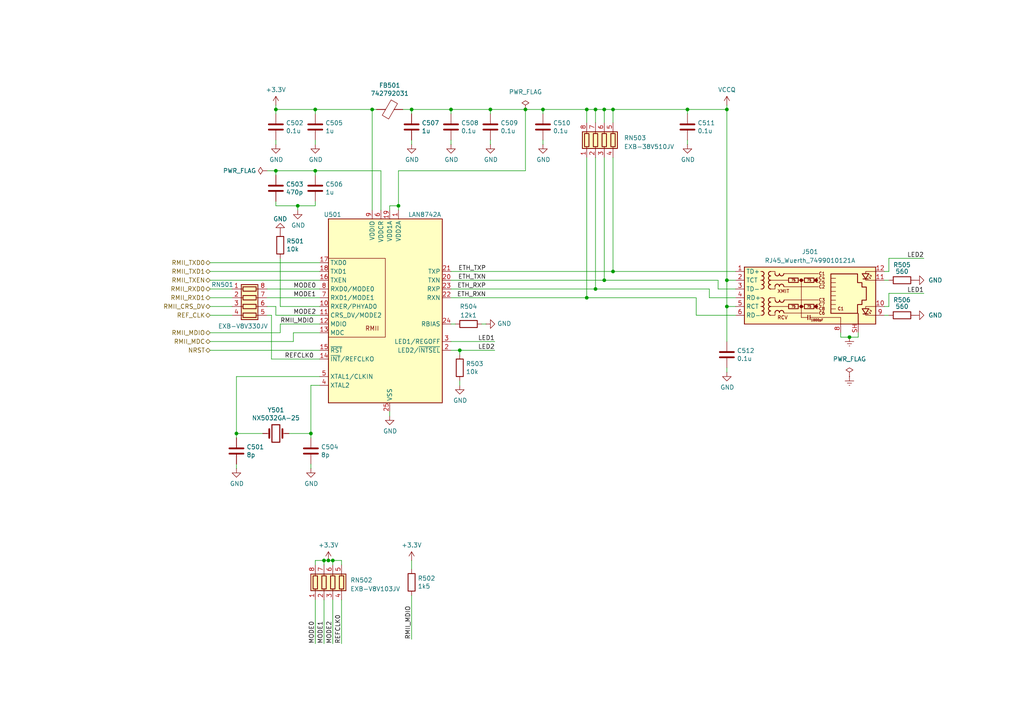
<source format=kicad_sch>
(kicad_sch (version 20231120) (generator "eeschema") (generator_version "8.0")
  (paper "A4")
  (lib_symbols
    (symbol "Connector:RJ45_Wuerth_7499010121A"
      (property "Reference" "J" (at 17.78 10.16 0))
      (property "Value" "RJ45_Wuerth_7499010121A" (at -6.35 10.16 0))
      (symbol "RJ45_Wuerth_7499010121A_0_0"
        (circle (center -1.27 -2.54) (radius 0.0001) (stroke (width 0.508)))
        (circle (center -1.27 5.08) (radius 0.0001) (stroke (width 0.508)))
        (polyline (pts (xy -1.27 5.08) (xy -1.27 -5.715)))
        (polyline (pts (xy 0.635 -5.08) (xy 0.635 -6.35)) (stroke (width 0.254)))
        (polyline (pts (xy 1.27 -5.08) (xy 1.27 -6.35)) (stroke (width 0.254)))
        (polyline (pts (xy 3.048 -2.54) (xy 2.54 -2.54)))
        (polyline (pts (xy 3.048 5.08) (xy 2.54 5.08)))
        (polyline (pts (xy 17.399 -3.175) (xy 17.399 -2.54) (xy 20.32 -2.54)))
        (polyline (pts (xy 17.399 6.985) (xy 17.399 7.62) (xy 20.32 7.62)))
        (polyline (pts (xy 20.32 -5.08) (xy 17.399 -5.08) (xy 17.399 -4.572)))
        (polyline (pts (xy 20.32 5.08) (xy 17.399 5.08) (xy 17.399 5.588)))
        (polyline (pts (xy 3.683 -1.905) (xy 3.048 -1.905) (xy 3.048 -3.175) (xy 3.683 -3.175)))
        (polyline (pts (xy 3.683 5.715) (xy 3.048 5.715) (xy 3.048 4.445) (xy 3.683 4.445)))
        (circle (center 3.048 -2.54) (radius 0.0001) (stroke (width 0.508)))
        (circle (center 3.048 5.08) (radius 0.0001) (stroke (width 0.508)))
        (text "C1" (at 4.699 6.985 0) (effects (font (size 0.889 0.889))))
        (text "C1" (at 10.16 -3.175 0) (effects (font (size 0.889 0.889))))
        (text "C2" (at 4.699 3.175 0) (effects (font (size 0.889 0.889))))
        (text "C3" (at 4.699 -0.635 0) (effects (font (size 0.889 0.889))))
        (text "C4" (at 4.699 5.715 0) (effects (font (size 0.889 0.889))))
        (text "C5" (at 4.699 4.445 0) (effects (font (size 0.889 0.889))))
        (text "C6" (at 4.699 -4.445 0) (effects (font (size 0.889 0.889))))
        (text "C7" (at 4.699 -1.905 0) (effects (font (size 0.889 0.889))))
        (text "C8" (at 4.699 -3.175 0) (effects (font (size 0.889 0.889))))
        (text "RCV" (at -8.255 -5.715 0) (effects (font (size 1.016 1.016)) (justify left)))
        (text "XMIT" (at -8.255 1.905 0) (effects (font (size 1.016 1.016)) (justify left)))
      )
      (symbol "RJ45_Wuerth_7499010121A_0_1"
        (rectangle (start -17.78 8.89) (end 20.32 -7.62) (stroke (width 0.254)) (fill (type background)))
        (polyline (pts (xy -12.7 -5.08) (xy -13.081 -5.08)))
        (polyline (pts (xy -12.7 -2.54) (xy -13.081 -2.54)))
        (polyline (pts (xy -12.7 0) (xy -13.081 0)))
        (polyline (pts (xy -12.7 2.54) (xy -13.081 2.54)))
        (polyline (pts (xy -12.7 5.08) (xy -13.081 5.08)))
        (polyline (pts (xy -12.7 7.62) (xy -13.081 7.62)))
        (polyline (pts (xy -6.35 -4.445) (xy 3.683 -4.445)))
        (polyline (pts (xy -6.35 3.175) (xy 3.683 3.175)))
        (polyline (pts (xy -6.35 6.985) (xy 3.683 6.985)))
        (polyline (pts (xy -6.223 -0.635) (xy 3.683 -0.635)))
        (polyline (pts (xy -5.08 -2.54) (xy -10.16 -2.54)))
        (polyline (pts (xy -4.953 5.08) (xy -10.16 5.08)))
        (polyline (pts (xy -2.159 -2.54) (xy -0.381 -2.54)))
        (polyline (pts (xy -2.159 5.08) (xy -0.381 5.08)))
        (polyline (pts (xy 0.635 -5.715) (xy -1.27 -5.715)))
        (polyline (pts (xy 7.4295 -1.9685) (xy 8.6995 -1.9685)))
        (polyline (pts (xy 7.4295 -0.6985) (xy 8.6995 -0.6985)))
        (polyline (pts (xy 7.4295 0.5715) (xy 8.6995 0.5715)))
        (polyline (pts (xy 7.4295 1.8415) (xy 8.6995 1.8415)))
        (polyline (pts (xy 7.4295 3.1115) (xy 8.6995 3.1115)))
        (polyline (pts (xy 8.6995 -3.2385) (xy 7.4295 -3.2385)))
        (polyline (pts (xy 8.6995 4.3815) (xy 7.4295 4.3815)))
        (polyline (pts (xy 8.6995 5.6515) (xy 7.4295 5.6515)))
        (polyline (pts (xy 10.16 -5.715) (xy 1.27 -5.715)))
        (polyline (pts (xy 10.16 -5.715) (xy 10.16 -7.62)))
        (polyline (pts (xy -10.16 0) (xy -8.89 0) (xy -8.89 -0.635)))
        (polyline (pts (xy -10.16 7.62) (xy -8.89 7.62) (xy -8.89 6.985)))
        (polyline (pts (xy -8.89 -4.445) (xy -8.89 -5.08) (xy -10.16 -5.08)))
        (polyline (pts (xy -8.89 3.175) (xy -8.89 2.54) (xy -10.16 2.54)))
      )
      (symbol "RJ45_Wuerth_7499010121A_1_0"
        (text "1000pF" (at 3.302 -6.477 0) (effects (font (size 0.635 0.635))))
      )
      (symbol "RJ45_Wuerth_7499010121A_1_1"
        (arc (start -12.7 -1.27) (mid -12.0677 -0.635) (end -12.7 0) (stroke (width 0.254)))
        (arc (start -12.6973 -5.08) (mid -12.065 -4.445) (end -12.6973 -3.81) (stroke (width 0.254)))
        (arc (start -12.6973 -3.81) (mid -12.065 -3.175) (end -12.6973 -2.54) (stroke (width 0.254)))
        (arc (start -12.6973 -2.54) (mid -12.065 -1.905) (end -12.6973 -1.27) (stroke (width 0.254)))
        (arc (start -12.6973 6.35) (mid -12.065 6.985) (end -12.6973 7.62) (stroke (width 0.254)))
        (arc (start -12.6946 2.54) (mid -12.0623 3.175) (end -12.6946 3.81) (stroke (width 0.254)))
        (arc (start -12.6946 3.81) (mid -12.0623 4.445) (end -12.6946 5.08) (stroke (width 0.254)))
        (arc (start -12.6946 5.08) (mid -12.0623 5.715) (end -12.6946 6.35) (stroke (width 0.254)))
        (arc (start -10.1654 -2.54) (mid -10.7977 -3.175) (end -10.1654 -3.81) (stroke (width 0.254)))
        (arc (start -10.1654 -1.27) (mid -10.7977 -1.905) (end -10.1654 -2.54) (stroke (width 0.254)))
        (arc (start -10.1654 0) (mid -10.7977 -0.635) (end -10.1654 -1.27) (stroke (width 0.254)))
        (arc (start -10.1654 5.08) (mid -10.7977 4.445) (end -10.1654 3.81) (stroke (width 0.254)))
        (arc (start -10.1654 6.35) (mid -10.7977 5.715) (end -10.1654 5.08) (stroke (width 0.254)))
        (arc (start -10.1654 7.62) (mid -10.7977 6.985) (end -10.1654 6.35) (stroke (width 0.254)))
        (arc (start -10.1627 -3.81) (mid -10.795 -4.445) (end -10.1627 -5.08) (stroke (width 0.254)))
        (arc (start -10.1627 3.81) (mid -10.795 3.175) (end -10.1627 2.54) (stroke (width 0.254)))
        (arc (start -8.89 6.9823) (mid -8.255 6.35) (end -7.62 6.9823) (stroke (width 0.254)))
        (arc (start -8.8265 -0.7012) (mid -8.1915 -1.3335) (end -7.5565 -0.7012) (stroke (width 0.254)))
        (arc (start -7.62 -4.3153) (mid -8.255 -3.683) (end -8.89 -4.3153) (stroke (width 0.254)))
        (arc (start -7.62 3.3047) (mid -8.255 3.937) (end -8.89 3.3047) (stroke (width 0.254)))
        (arc (start -7.62 6.985) (mid -6.985 6.3527) (end -6.35 6.985) (stroke (width 0.254)))
        (arc (start -7.5565 -0.6985) (mid -6.9215 -1.3308) (end -6.2865 -0.6985) (stroke (width 0.254)))
        (arc (start -6.35 -4.3126) (mid -6.985 -3.6803) (end -7.62 -4.3126) (stroke (width 0.254)))
        (arc (start -6.35 3.3074) (mid -6.985 3.9397) (end -7.62 3.3074) (stroke (width 0.254)))
        (rectangle (start -4.953 -1.905) (end -2.159 -3.175) (stroke (width 0.254)))
        (rectangle (start -4.953 5.715) (end -2.159 4.445) (stroke (width 0.254)))
        (rectangle (start -0.381 -1.905) (end 2.413 -3.175) (stroke (width 0.254)))
        (rectangle (start -0.381 5.715) (end 2.413 4.445) (stroke (width 0.254)))
        (polyline (pts (xy 15.24 -7.62) (xy 15.24 -4.572)) (stroke (width 0.254)))
        (polyline (pts (xy 18.161 -4.699) (xy 16.637 -4.699)) (stroke (width 0.254)))
        (polyline (pts (xy 18.161 5.461) (xy 16.637 5.461)) (stroke (width 0.254)))
        (polyline (pts (xy 18.796 -4.572) (xy 18.796 -4.318)))
        (polyline (pts (xy 18.796 5.588) (xy 18.796 5.842)))
        (polyline (pts (xy 19.05 -3.937) (xy 19.05 -3.683)))
        (polyline (pts (xy 19.05 6.223) (xy 19.05 6.477)))
        (polyline (pts (xy 18.288 -4.064) (xy 18.796 -4.572) (xy 18.542 -4.572)))
        (polyline (pts (xy 18.288 6.096) (xy 18.796 5.588) (xy 18.542 5.588)))
        (polyline (pts (xy 18.542 -3.429) (xy 19.05 -3.937) (xy 18.796 -3.937)))
        (polyline (pts (xy 18.542 6.731) (xy 19.05 6.223) (xy 18.796 6.223)))
        (polyline (pts (xy 18.288 -3.175) (xy 16.383 -3.175) (xy 17.399 -4.699) (xy 18.288 -3.175)) (stroke (width 0.254)))
        (polyline (pts (xy 18.288 6.985) (xy 16.383 6.985) (xy 17.399 5.461) (xy 18.288 6.985)) (stroke (width 0.254)))
        (polyline (pts (xy 7.3025 -4.5085) (xy 7.3025 6.9215) (xy 15.0495 6.9215) (xy 15.0495 4.3815) (xy 16.3195 4.3815) (xy 16.3195 3.1115) (xy 17.5895 3.1115) (xy 17.5895 -0.6985) (xy 16.3195 -0.6985) (xy 16.3195 -1.9685) (xy 15.0495 -1.9685) (xy 15.0495 -4.5085) (xy 7.3025 -4.5085)) (stroke (width 0.254)))
        (text "75" (at -3.556 -2.54 0) (effects (font (size 0.635 0.635))))
        (text "75" (at -3.556 5.08 0) (effects (font (size 0.635 0.635))))
        (text "75" (at 1.016 -2.54 0) (effects (font (size 0.635 0.635))))
        (text "75" (at 1.016 5.08 0) (effects (font (size 0.635 0.635))))
        (pin passive line (at -20.32 7.62 0) (length 2.54) (name "TD+") (number "1"))
        (pin passive line (at 22.86 -2.54 180) (length 2.54) (name "") (number "10"))
        (pin passive line (at 22.86 5.08 180) (length 2.54) (name "") (number "11"))
        (pin passive line (at 22.86 7.62 180) (length 2.54) (name "") (number "12"))
        (pin passive line (at -20.32 5.08 0) (length 2.54) (name "TCT") (number "2"))
        (pin passive line (at -20.32 2.54 0) (length 2.54) (name "TD-") (number "3"))
        (pin passive line (at -20.32 0 0) (length 2.54) (name "RD+") (number "4"))
        (pin passive line (at -20.32 -2.54 0) (length 2.54) (name "RCT") (number "5"))
        (pin passive line (at -20.32 -5.08 0) (length 2.54) (name "RD-") (number "6"))
        (pin no_connect line (at 20.32 0 0) (length 0) hide (name "NC") (number "7"))
        (pin power_in line (at 10.16 -10.16 90) (length 2.54) (name "") (number "8"))
        (pin passive line (at 22.86 -5.08 180) (length 2.54) (name "") (number "9"))
        (pin passive line (at 15.24 -10.16 90) (length 2.54) (name "") (number "SH"))
      )
    )
    (symbol "Device:C" (pin_numbers hide) (pin_names (offset 0.254))
      (property "Reference" "C" (at 0.635 2.54 0))
      (property "Value" "C" (at 0.635 -2.54 0))
      (symbol "C_0_1"
        (polyline (pts (xy -2.032 -0.762) (xy 2.032 -0.762)) (stroke (width 0.508)))
        (polyline (pts (xy -2.032 0.762) (xy 2.032 0.762)) (stroke (width 0.508)))
      )
      (symbol "C_1_1"
        (pin passive line (at 0 3.81 270) (length 2.794) (name "~") (number "1"))
        (pin passive line (at 0 -3.81 90) (length 2.794) (name "~") (number "2"))
      )
    )
    (symbol "Device:Crystal" (pin_numbers hide) (pin_names (offset 1.016) hide)
      (property "Reference" "Y" (at 0 3.81 0))
      (property "Value" "Crystal" (at 0 -3.81 0))
      (symbol "Crystal_0_1"
        (rectangle (start -1.143 2.54) (end 1.143 -2.54) (stroke (width 0.3048)))
        (polyline (pts (xy -2.54 0) (xy -1.905 0)))
        (polyline (pts (xy -1.905 -1.27) (xy -1.905 1.27)) (stroke (width 0.508)))
        (polyline (pts (xy 1.905 -1.27) (xy 1.905 1.27)) (stroke (width 0.508)))
        (polyline (pts (xy 2.54 0) (xy 1.905 0)))
      )
      (symbol "Crystal_1_1"
        (pin passive line (at -3.81 0 0) (length 1.27) (name "1") (number "1"))
        (pin passive line (at 3.81 0 180) (length 1.27) (name "2") (number "2"))
      )
    )
    (symbol "Device:FerriteBead" (pin_numbers hide) (pin_names (offset 0))
      (property "Reference" "FB" (at -3.81 0.635 90))
      (property "Value" "FerriteBead" (at 3.81 0 90))
      (symbol "FerriteBead_0_1"
        (polyline (pts (xy 0 -1.27) (xy 0 -1.2192)))
        (polyline (pts (xy 0 1.27) (xy 0 1.2954)))
        (polyline (pts (xy -2.7686 0.4064) (xy -1.7018 2.2606) (xy 2.7686 -0.3048) (xy 1.6764 -2.159) (xy -2.7686 0.4064)))
      )
      (symbol "FerriteBead_1_1"
        (pin passive line (at 0 3.81 270) (length 2.54) (name "~") (number "1"))
        (pin passive line (at 0 -3.81 90) (length 2.54) (name "~") (number "2"))
      )
    )
    (symbol "Device:R" (pin_numbers hide) (pin_names (offset 0))
      (property "Reference" "R" (at 2.032 0 90))
      (property "Value" "R" (at 0 0 90))
      (symbol "R_0_1"
        (rectangle (start -1.016 -2.54) (end 1.016 2.54) (stroke (width 0.254)))
      )
      (symbol "R_1_1"
        (pin passive line (at 0 3.81 270) (length 1.27) (name "~") (number "1"))
        (pin passive line (at 0 -3.81 90) (length 1.27) (name "~") (number "2"))
      )
    )
    (symbol "Device:R_Pack04" (pin_names (offset 0) hide)
      (property "Reference" "RN" (at -7.62 0 90))
      (property "Value" "R_Pack04" (at 5.08 0 90))
      (symbol "R_Pack04_0_1"
        (rectangle (start -6.35 -2.413) (end 3.81 2.413) (stroke (width 0.254)) (fill (type background)))
        (rectangle (start -5.715 1.905) (end -4.445 -1.905) (stroke (width 0.254)))
        (rectangle (start -3.175 1.905) (end -1.905 -1.905) (stroke (width 0.254)))
        (rectangle (start -0.635 1.905) (end 0.635 -1.905) (stroke (width 0.254)))
        (polyline (pts (xy -5.08 -2.54) (xy -5.08 -1.905)))
        (polyline (pts (xy -5.08 1.905) (xy -5.08 2.54)))
        (polyline (pts (xy -2.54 -2.54) (xy -2.54 -1.905)))
        (polyline (pts (xy -2.54 1.905) (xy -2.54 2.54)))
        (polyline (pts (xy 0 -2.54) (xy 0 -1.905)))
        (polyline (pts (xy 0 1.905) (xy 0 2.54)))
        (polyline (pts (xy 2.54 -2.54) (xy 2.54 -1.905)))
        (polyline (pts (xy 2.54 1.905) (xy 2.54 2.54)))
        (rectangle (start 1.905 1.905) (end 3.175 -1.905) (stroke (width 0.254)))
      )
      (symbol "R_Pack04_1_1"
        (pin passive line (at -5.08 -5.08 90) (length 2.54) (name "R1.1") (number "1"))
        (pin passive line (at -2.54 -5.08 90) (length 2.54) (name "R2.1") (number "2"))
        (pin passive line (at 0 -5.08 90) (length 2.54) (name "R3.1") (number "3"))
        (pin passive line (at 2.54 -5.08 90) (length 2.54) (name "R4.1") (number "4"))
        (pin passive line (at 2.54 5.08 270) (length 2.54) (name "R4.2") (number "5"))
        (pin passive line (at 0 5.08 270) (length 2.54) (name "R3.2") (number "6"))
        (pin passive line (at -2.54 5.08 270) (length 2.54) (name "R2.2") (number "7"))
        (pin passive line (at -5.08 5.08 270) (length 2.54) (name "R1.2") (number "8"))
      )
    )
    (symbol "Interface_Ethernet:LAN8742A"
      (property "Reference" "U" (at -13.97 29.21 0))
      (property "Value" "LAN8742A" (at 15.24 29.21 0))
      (symbol "LAN8742A_0_0"
        (text "RMII" (at -5.08 -3.81 0) (effects (font (size 1.27 1.27))))
      )
      (symbol "LAN8742A_0_1"
        (rectangle (start -17.78 27.94) (end 15.24 -25.4) (stroke (width 0.254)) (fill (type background)))
        (polyline (pts (xy -17.78 -6.35) (xy -1.27 -6.35) (xy -1.27 16.51) (xy -17.78 16.51)))
      )
      (symbol "LAN8742A_1_1"
        (pin power_in line (at 2.54 30.48 270) (length 2.54) (name "VDD2A") (number "1"))
        (pin output line (at -20.32 2.54 0) (length 2.54) (name "RXER/PHYAD0") (number "10"))
        (pin bidirectional line (at -20.32 0 0) (length 2.54) (name "CRS_DV/MODE2") (number "11"))
        (pin bidirectional line (at -20.32 -2.54 0) (length 2.54) (name "MDIO") (number "12"))
        (pin input line (at -20.32 -5.08 0) (length 2.54) (name "MDC") (number "13"))
        (pin output line (at -20.32 -12.7 0) (length 2.54) (name "~{INT}/REFCLKO") (number "14"))
        (pin input line (at -20.32 -10.16 0) (length 2.54) (name "~{RST}") (number "15"))
        (pin input line (at -20.32 10.16 0) (length 2.54) (name "TXEN") (number "16"))
        (pin input line (at -20.32 15.24 0) (length 2.54) (name "TXD0") (number "17"))
        (pin input line (at -20.32 12.7 0) (length 2.54) (name "TXD1") (number "18"))
        (pin power_in line (at 0 30.48 270) (length 2.54) (name "VDD1A") (number "19"))
        (pin bidirectional line (at 17.78 -10.16 180) (length 2.54) (name "LED2/~{INTSEL}") (number "2"))
        (pin passive line (at 17.78 10.16 180) (length 2.54) (name "TXN") (number "20"))
        (pin passive line (at 17.78 12.7 180) (length 2.54) (name "TXP") (number "21"))
        (pin passive line (at 17.78 5.08 180) (length 2.54) (name "RXN") (number "22"))
        (pin passive line (at 17.78 7.62 180) (length 2.54) (name "RXP") (number "23"))
        (pin passive line (at 17.78 -2.54 180) (length 2.54) (name "RBIAS") (number "24"))
        (pin power_in line (at 0 -27.94 90) (length 2.54) (name "VSS") (number "25"))
        (pin bidirectional line (at 17.78 -7.62 180) (length 2.54) (name "LED1/REGOFF") (number "3"))
        (pin output line (at -20.32 -20.32 0) (length 2.54) (name "XTAL2") (number "4"))
        (pin input line (at -20.32 -17.78 0) (length 2.54) (name "XTAL1/CLKIN") (number "5"))
        (pin power_in line (at -2.54 30.48 270) (length 2.54) (name "VDDCR") (number "6"))
        (pin bidirectional line (at -20.32 5.08 0) (length 2.54) (name "RXD1/MODE1") (number "7"))
        (pin bidirectional line (at -20.32 7.62 0) (length 2.54) (name "RXD0/MODE0") (number "8"))
        (pin power_in line (at -5.08 30.48 270) (length 2.54) (name "VDDIO") (number "9"))
      )
    )
    (symbol "power:+3.3V" (power) (pin_numbers hide) (pin_names (offset 0) hide)
      (property "Value" "+3.3V" (at 0 3.556 0))
      (symbol "+3.3V_0_1"
        (polyline (pts (xy -0.762 1.27) (xy 0 2.54)))
        (polyline (pts (xy 0 0) (xy 0 2.54)))
        (polyline (pts (xy 0 2.54) (xy 0.762 1.27)))
      )
      (symbol "+3.3V_1_1"
        (pin power_in line (at 0 0 90) (length 0) (name "~") (number "1"))
      )
    )
    (symbol "power:Earth" (power) (pin_numbers hide) (pin_names (offset 0) hide)
      (property "Value" "Earth" (at 0 -3.81 0))
      (symbol "Earth_0_1"
        (polyline (pts (xy -0.635 -1.905) (xy 0.635 -1.905)))
        (polyline (pts (xy -0.127 -2.54) (xy 0.127 -2.54)))
        (polyline (pts (xy 0 -1.27) (xy 0 0)))
        (polyline (pts (xy 1.27 -1.27) (xy -1.27 -1.27)))
      )
      (symbol "Earth_1_1"
        (pin power_in line (at 0 0 270) (length 0) (name "~") (number "1"))
      )
    )
    (symbol "power:GND" (power) (pin_numbers hide) (pin_names (offset 0) hide)
      (property "Value" "GND" (at 0 -3.81 0))
      (symbol "GND_0_1"
        (polyline (pts (xy 0 0) (xy 0 -1.27) (xy 1.27 -1.27) (xy 0 -2.54) (xy -1.27 -1.27) (xy 0 -1.27)))
      )
      (symbol "GND_1_1"
        (pin power_in line (at 0 0 270) (length 0) (name "~") (number "1"))
      )
    )
    (symbol "power:PWR_FLAG" (power) (pin_numbers hide) (pin_names (offset 0) hide)
      (property "Value" "PWR_FLAG" (at 0 3.81 0))
      (symbol "PWR_FLAG_0_0"
        (pin power_out line (at 0 0 90) (length 0) (name "~") (number "1"))
      )
      (symbol "PWR_FLAG_0_1"
        (polyline (pts (xy 0 0) (xy 0 1.27) (xy -1.016 1.905) (xy 0 2.54) (xy 1.016 1.905) (xy 0 1.27)))
      )
    )
    (symbol "power:VCCQ" (power) (pin_numbers hide) (pin_names (offset 0) hide)
      (property "Value" "VCCQ" (at 0 3.556 0))
      (symbol "VCCQ_0_1"
        (polyline (pts (xy -0.762 1.27) (xy 0 2.54)))
        (polyline (pts (xy 0 0) (xy 0 2.54)))
        (polyline (pts (xy 0 2.54) (xy 0.762 1.27)))
      )
      (symbol "VCCQ_1_1"
        (pin power_in line (at 0 0 90) (length 0) (name "~") (number "1"))
      )
    )
  )
  (junction (at 90.17 125.73))
  (junction (at 93.98 162.56))
  (junction (at 133.35 101.6))
  (junction (at 130.81 31.75))
  (junction (at 175.26 81.28))
  (junction (at 157.48 31.75))
  (junction (at 175.26 31.75))
  (junction (at 80.01 31.75))
  (junction (at 68.58 125.73))
  (junction (at 177.8 31.75))
  (junction (at 172.72 31.75))
  (junction (at 119.38 31.75))
  (junction (at 107.95 31.75))
  (junction (at 91.44 31.75))
  (junction (at 177.8 78.74))
  (junction (at 152.4 31.75))
  (junction (at 199.39 31.75))
  (junction (at 142.24 31.75))
  (junction (at 246.38 97.79))
  (junction (at 170.18 86.36))
  (junction (at 210.82 81.28))
  (junction (at 172.72 83.82))
  (junction (at 91.44 49.53))
  (junction (at 170.18 31.75))
  (junction (at 115.57 59.69))
  (junction (at 210.82 31.75))
  (junction (at 210.82 88.9))
  (junction (at 95.25 162.56))
  (junction (at 96.52 162.56))
  (junction (at 80.01 49.53))
  (junction (at 86.36 59.69))
  (wire (pts (xy 119.38 33.02) (xy 119.38 31.75)))
  (wire (pts (xy 133.35 111.76) (xy 133.35 110.49)))
  (wire (pts (xy 130.81 86.36) (xy 170.18 86.36)))
  (wire (pts (xy 67.31 83.82) (xy 60.96 83.82)))
  (wire (pts (xy 91.44 41.91) (xy 91.44 40.64)))
  (wire (pts (xy 93.98 162.56) (xy 93.98 163.83)))
  (wire (pts (xy 243.84 96.52) (xy 243.84 97.79)))
  (wire (pts (xy 132.08 93.98) (xy 130.81 93.98)))
  (wire (pts (xy 210.82 88.9) (xy 210.82 81.28)))
  (wire (pts (xy 177.8 31.75) (xy 199.39 31.75)))
  (wire (pts (xy 157.48 41.91) (xy 157.48 40.64)))
  (wire (pts (xy 157.48 31.75) (xy 170.18 31.75)))
  (wire (pts (xy 60.96 86.36) (xy 67.31 86.36)))
  (wire (pts (xy 152.4 49.53) (xy 152.4 31.75)))
  (wire (pts (xy 107.95 31.75) (xy 107.95 60.96)))
  (wire (pts (xy 107.95 31.75) (xy 109.22 31.75)))
  (wire (pts (xy 60.96 76.2) (xy 92.71 76.2)))
  (wire (pts (xy 80.01 58.42) (xy 80.01 59.69)))
  (wire (pts (xy 91.44 31.75) (xy 107.95 31.75)))
  (wire (pts (xy 60.96 81.28) (xy 92.71 81.28)))
  (wire (pts (xy 205.74 83.82) (xy 205.74 86.36)))
  (wire (pts (xy 77.47 49.53) (xy 80.01 49.53)))
  (wire (pts (xy 210.82 107.95) (xy 210.82 106.68)))
  (wire (pts (xy 177.8 78.74) (xy 213.36 78.74)))
  (wire (pts (xy 60.96 96.52) (xy 81.28 96.52)))
  (wire (pts (xy 175.26 45.72) (xy 175.26 81.28)))
  (wire (pts (xy 96.52 173.99) (xy 96.52 186.69)))
  (wire (pts (xy 60.96 91.44) (xy 67.31 91.44)))
  (wire (pts (xy 199.39 41.91) (xy 199.39 40.64)))
  (wire (pts (xy 68.58 134.62) (xy 68.58 135.89)))
  (wire (pts (xy 142.24 41.91) (xy 142.24 40.64)))
  (wire (pts (xy 91.44 50.8) (xy 91.44 49.53)))
  (wire (pts (xy 210.82 99.06) (xy 210.82 88.9)))
  (wire (pts (xy 130.81 41.91) (xy 130.81 40.64)))
  (wire (pts (xy 175.26 31.75) (xy 175.26 35.56)))
  (wire (pts (xy 199.39 31.75) (xy 210.82 31.75)))
  (wire (pts (xy 133.35 101.6) (xy 143.51 101.6)))
  (wire (pts (xy 91.44 49.53) (xy 110.49 49.53)))
  (wire (pts (xy 80.01 30.48) (xy 80.01 31.75)))
  (wire (pts (xy 256.54 91.44) (xy 257.81 91.44)))
  (wire (pts (xy 152.4 31.75) (xy 157.48 31.75)))
  (wire (pts (xy 172.72 31.75) (xy 172.72 35.56)))
  (wire (pts (xy 77.47 86.36) (xy 92.71 86.36)))
  (wire (pts (xy 256.54 81.28) (xy 257.81 81.28)))
  (wire (pts (xy 267.97 74.93) (xy 257.81 74.93)))
  (wire (pts (xy 172.72 45.72) (xy 172.72 83.82)))
  (wire (pts (xy 90.17 125.73) (xy 90.17 111.76)))
  (wire (pts (xy 113.03 120.65) (xy 113.03 119.38)))
  (wire (pts (xy 91.44 162.56) (xy 93.98 162.56)))
  (wire (pts (xy 210.82 31.75) (xy 210.82 81.28)))
  (wire (pts (xy 91.44 163.83) (xy 91.44 162.56)))
  (wire (pts (xy 60.96 88.9) (xy 67.31 88.9)))
  (wire (pts (xy 243.84 97.79) (xy 246.38 97.79)))
  (wire (pts (xy 81.28 74.93) (xy 81.28 88.9)))
  (wire (pts (xy 60.96 99.06) (xy 85.09 99.06)))
  (wire (pts (xy 99.06 173.99) (xy 99.06 186.69)))
  (wire (pts (xy 96.52 162.56) (xy 96.52 163.83)))
  (wire (pts (xy 78.74 104.14) (xy 92.71 104.14)))
  (wire (pts (xy 130.81 101.6) (xy 133.35 101.6)))
  (wire (pts (xy 257.81 78.74) (xy 257.81 74.93)))
  (wire (pts (xy 130.81 33.02) (xy 130.81 31.75)))
  (wire (pts (xy 92.71 88.9) (xy 81.28 88.9)))
  (wire (pts (xy 246.38 97.79) (xy 248.92 97.79)))
  (wire (pts (xy 78.74 91.44) (xy 78.74 104.14)))
  (wire (pts (xy 142.24 31.75) (xy 130.81 31.75)))
  (wire (pts (xy 130.81 78.74) (xy 177.8 78.74)))
  (wire (pts (xy 90.17 111.76) (xy 92.71 111.76)))
  (wire (pts (xy 157.48 33.02) (xy 157.48 31.75)))
  (wire (pts (xy 199.39 33.02) (xy 199.39 31.75)))
  (wire (pts (xy 80.01 59.69) (xy 86.36 59.69)))
  (wire (pts (xy 91.44 33.02) (xy 91.44 31.75)))
  (wire (pts (xy 85.09 96.52) (xy 92.71 96.52)))
  (wire (pts (xy 90.17 127) (xy 90.17 125.73)))
  (wire (pts (xy 256.54 78.74) (xy 257.81 78.74)))
  (wire (pts (xy 152.4 31.75) (xy 142.24 31.75)))
  (wire (pts (xy 210.82 81.28) (xy 213.36 81.28)))
  (wire (pts (xy 60.96 101.6) (xy 92.71 101.6)))
  (wire (pts (xy 119.38 172.72) (xy 119.38 185.42)))
  (wire (pts (xy 90.17 135.89) (xy 90.17 134.62)))
  (wire (pts (xy 77.47 83.82) (xy 92.71 83.82)))
  (wire (pts (xy 172.72 31.75) (xy 175.26 31.75)))
  (wire (pts (xy 81.28 96.52) (xy 81.28 93.98)))
  (wire (pts (xy 93.98 173.99) (xy 93.98 186.69)))
  (wire (pts (xy 119.38 31.75) (xy 116.84 31.75)))
  (wire (pts (xy 119.38 165.1) (xy 119.38 162.56)))
  (wire (pts (xy 77.47 91.44) (xy 78.74 91.44)))
  (wire (pts (xy 80.01 31.75) (xy 91.44 31.75)))
  (wire (pts (xy 115.57 59.69) (xy 115.57 49.53)))
  (wire (pts (xy 177.8 45.72) (xy 177.8 78.74)))
  (wire (pts (xy 170.18 86.36) (xy 201.93 86.36)))
  (wire (pts (xy 210.82 88.9) (xy 213.36 88.9)))
  (wire (pts (xy 113.03 59.69) (xy 115.57 59.69)))
  (wire (pts (xy 86.36 60.96) (xy 86.36 59.69)))
  (wire (pts (xy 208.28 83.82) (xy 213.36 83.82)))
  (wire (pts (xy 95.25 162.56) (xy 96.52 162.56)))
  (wire (pts (xy 68.58 109.22) (xy 68.58 125.73)))
  (wire (pts (xy 115.57 59.69) (xy 115.57 60.96)))
  (wire (pts (xy 130.81 31.75) (xy 119.38 31.75)))
  (wire (pts (xy 170.18 45.72) (xy 170.18 86.36)))
  (wire (pts (xy 92.71 109.22) (xy 68.58 109.22)))
  (wire (pts (xy 93.98 162.56) (xy 95.25 162.56)))
  (wire (pts (xy 267.97 85.09) (xy 257.81 85.09)))
  (wire (pts (xy 80.01 91.44) (xy 92.71 91.44)))
  (wire (pts (xy 115.57 49.53) (xy 152.4 49.53)))
  (wire (pts (xy 201.93 86.36) (xy 201.93 91.44)))
  (wire (pts (xy 170.18 31.75) (xy 170.18 35.56)))
  (wire (pts (xy 248.92 96.52) (xy 248.92 97.79)))
  (wire (pts (xy 257.81 85.09) (xy 257.81 88.9)))
  (wire (pts (xy 130.81 83.82) (xy 172.72 83.82)))
  (wire (pts (xy 208.28 81.28) (xy 208.28 83.82)))
  (wire (pts (xy 140.97 93.98) (xy 139.7 93.98)))
  (wire (pts (xy 130.81 81.28) (xy 175.26 81.28)))
  (wire (pts (xy 256.54 88.9) (xy 257.81 88.9)))
  (wire (pts (xy 77.47 88.9) (xy 80.01 88.9)))
  (wire (pts (xy 172.72 83.82) (xy 205.74 83.82)))
  (wire (pts (xy 96.52 162.56) (xy 99.06 162.56)))
  (wire (pts (xy 205.74 86.36) (xy 213.36 86.36)))
  (wire (pts (xy 83.82 125.73) (xy 90.17 125.73)))
  (wire (pts (xy 177.8 31.75) (xy 177.8 35.56)))
  (wire (pts (xy 80.01 41.91) (xy 80.01 40.64)))
  (wire (pts (xy 81.28 93.98) (xy 92.71 93.98)))
  (wire (pts (xy 80.01 49.53) (xy 91.44 49.53)))
  (wire (pts (xy 175.26 31.75) (xy 177.8 31.75)))
  (wire (pts (xy 175.26 81.28) (xy 208.28 81.28)))
  (wire (pts (xy 86.36 59.69) (xy 91.44 59.69)))
  (wire (pts (xy 91.44 59.69) (xy 91.44 58.42)))
  (wire (pts (xy 80.01 33.02) (xy 80.01 31.75)))
  (wire (pts (xy 210.82 30.48) (xy 210.82 31.75)))
  (wire (pts (xy 99.06 162.56) (xy 99.06 163.83)))
  (wire (pts (xy 68.58 125.73) (xy 76.2 125.73)))
  (wire (pts (xy 133.35 102.87) (xy 133.35 101.6)))
  (wire (pts (xy 60.96 78.74) (xy 92.71 78.74)))
  (wire (pts (xy 68.58 127) (xy 68.58 125.73)))
  (wire (pts (xy 130.81 99.06) (xy 143.51 99.06)))
  (wire (pts (xy 80.01 49.53) (xy 80.01 50.8)))
  (wire (pts (xy 170.18 31.75) (xy 172.72 31.75)))
  (wire (pts (xy 142.24 33.02) (xy 142.24 31.75)))
  (wire (pts (xy 113.03 60.96) (xy 113.03 59.69)))
  (wire (pts (xy 85.09 99.06) (xy 85.09 96.52)))
  (wire (pts (xy 201.93 91.44) (xy 213.36 91.44)))
  (wire (pts (xy 119.38 41.91) (xy 119.38 40.64)))
  (wire (pts (xy 110.49 49.53) (xy 110.49 60.96)))
  (wire (pts (xy 91.44 173.99) (xy 91.44 186.69)))
  (wire (pts (xy 80.01 88.9) (xy 80.01 91.44)))
  (label "ETH_TXP" (at 140.97 78.74 180))
  (label "MODE1" (at 93.98 186.69 90))
  (label "LED1" (at 267.97 85.09 180))
  (label "RMII_MDIO" (at 81.28 93.98 0))
  (label "LED2" (at 267.97 74.93 180))
  (label "MODE0" (at 91.44 186.69 90))
  (label "ETH_RXP" (at 140.97 83.82 180))
  (label "ETH_RXN" (at 140.97 86.36 180))
  (label "LED1" (at 143.51 99.06 180))
  (label "MODE1" (at 85.09 86.36 0))
  (label "MODE2" (at 85.09 91.44 0))
  (label "MODE0" (at 85.09 83.82 0))
  (label "RMII_MDIO" (at 119.38 185.42 90))
  (label "LED2" (at 143.51 101.6 180))
  (label "REFCLK0" (at 82.55 104.14 0))
  (label "REFCLK0" (at 99.06 186.69 90))
  (label "MODE2" (at 96.52 186.69 90))
  (label "ETH_TXN" (at 140.97 81.28 180))
  (hierarchical_label "RMII_TXD1" (shape bidirectional) (at 60.96 78.74 180))
  (hierarchical_label "REF_CLK" (shape bidirectional) (at 60.96 91.44 180))
  (hierarchical_label "RMII_MDIO" (shape bidirectional) (at 60.96 96.52 180))
  (hierarchical_label "RMII_CRS_DV" (shape bidirectional) (at 60.96 88.9 180))
  (hierarchical_label "RMII_RXD1" (shape bidirectional) (at 60.96 86.36 180))
  (hierarchical_label "RMII_MDC" (shape bidirectional) (at 60.96 99.06 180))
  (hierarchical_label "RMII_TXD0" (shape bidirectional) (at 60.96 76.2 180))
  (hierarchical_label "RMII_TXEN" (shape bidirectional) (at 60.96 81.28 180))
  (hierarchical_label "NRST" (shape bidirectional) (at 60.96 101.6 180))
  (hierarchical_label "RMII_RXD0" (shape bidirectional) (at 60.96 83.82 180))
  (symbol (lib_id "Device:C") (at 90.17 130.81 0) (unit 1)
    (property "Reference" "C504" (at 93.091 129.6416 0) (effects (justify left)))
    (property "Value" "8p" (at 93.091 131.953 0) (effects (justify left)))
    (property "Footprint" "Capacitor_SMD:C_0603_1608Metric_Pad1.08x0.95mm_HandSolder" (effects (hide yes)))
    (instances (project "ETH1ISO224" (path "" (reference "C504") (unit 1))) (project "ETH1HMSR-SMS" (path "" (reference "C304") (unit 1))) (project "ETH1IRCAM1" (path "" (reference "C304") (unit 1))))
  )
  (symbol (lib_id "Device:R") (at 119.38 168.91 0) (unit 1)
    (property "Reference" "R502" (at 121.158 167.7416 0) (effects (justify left)))
    (property "Value" "1k5" (at 121.158 170.053 0) (effects (justify left)))
    (property "Footprint" "Resistor_SMD:R_0603_1608Metric_Pad0.98x0.95mm_HandSolder" (effects (hide yes)))
    (instances (project "ETH1ISO224" (path "" (reference "R502") (unit 1))) (project "ETH1HMSR-SMS" (path "" (reference "R302") (unit 1))) (project "ETH1IRCAM1" (path "" (reference "R310") (unit 1))))
  )
  (symbol (lib_id "Device:C") (at 130.81 36.83 0) (unit 1)
    (property "Reference" "C508" (at 133.731 35.6616 0) (effects (justify left)))
    (property "Value" "0.1u" (at 133.731 37.973 0) (effects (justify left)))
    (property "Footprint" "Capacitor_SMD:C_0603_1608Metric_Pad1.08x0.95mm_HandSolder" (effects (hide yes)))
    (instances (project "ETH1ISO224" (path "" (reference "C508") (unit 1))) (project "ETH1HMSR-SMS" (path "" (reference "C308") (unit 1))) (project "ETH1IRCAM1" (path "" (reference "C308") (unit 1))))
  )
  (symbol (lib_id "power:PWR_FLAG") (at 246.38 109.22 0) (unit 1)
    (property "Reference" "#FLG0503" (effects (hide yes)))
    (property "Value" "PWR_FLAG" (at 246.38 104.14 0))
    (property "Description" "Special symbol for telling ERC where power comes from" (effects (hide yes)))
    (instances (project "ETH1ISO224" (path "" (reference "#FLG0503") (unit 1))) (project "ETH1HMSR-SMS" (path "" (reference "#FLG0304") (unit 1))) (project "ETH1IRCAM1" (path "" (reference "#FLG0303") (unit 1))))
  )
  (symbol (lib_id "Device:R") (at 261.62 81.28 90) (unit 1)
    (property "Reference" "R505" (at 261.62 76.835 90))
    (property "Value" "560" (at 261.62 78.74 90))
    (property "Footprint" "Resistor_SMD:R_0603_1608Metric_Pad0.98x0.95mm_HandSolder" (effects (hide yes)))
    (instances (project "ETH1ISO224" (path "" (reference "R505") (unit 1))) (project "ETH1HMSR-SMS" (path "" (reference "R305") (unit 1))) (project "ETH1IRCAM1" (path "" (reference "R317") (unit 1))))
  )
  (symbol (lib_id "power:GND") (at 199.39 41.91 0) (unit 1)
    (property "Reference" "#PWR0517" (effects (hide yes)))
    (property "Value" "GND" (at 199.517 46.3042 0))
    (property "Description" "Power symbol creates a global label with name \"GND\" , ground" (effects (hide yes)))
    (instances (project "ETH1ISO224" (path "" (reference "#PWR0517") (unit 1))) (project "ETH1HMSR-SMS" (path "" (reference "#PWR0317") (unit 1))) (project "ETH1IRCAM1" (path "" (reference "#PWR0316") (unit 1))))
  )
  (symbol (lib_id "power:+3.3V") (at 80.01 30.48 0) (unit 1)
    (property "Reference" "#PWR0502" (effects (hide yes)))
    (property "Value" "+3.3V" (at 80.01 26.035 0))
    (property "Description" "Power symbol creates a global label with name \"+3.3V\"" (effects (hide yes)))
    (instances (project "ETH1ISO224" (path "" (reference "#PWR0502") (unit 1))) (project "ETH1HMSR-SMS" (path "" (reference "#PWR0302") (unit 1))) (project "ETH1IRCAM1" (path "" (reference "#PWR0303") (unit 1))))
  )
  (symbol (lib_id "Device:C") (at 119.38 36.83 0) (unit 1)
    (property "Reference" "C507" (at 122.301 35.6616 0) (effects (justify left)))
    (property "Value" "1u" (at 122.301 37.973 0) (effects (justify left)))
    (property "Footprint" "Capacitor_SMD:C_0603_1608Metric_Pad1.08x0.95mm_HandSolder" (effects (hide yes)))
    (instances (project "ETH1ISO224" (path "" (reference "C507") (unit 1))) (project "ETH1HMSR-SMS" (path "" (reference "C307") (unit 1))) (project "ETH1IRCAM1" (path "" (reference "C307") (unit 1))))
  )
  (symbol (lib_id "power:+3.3V") (at 95.25 162.56 0) (unit 1)
    (property "Reference" "#PWR0508" (effects (hide yes)))
    (property "Value" "+3.3V" (at 95.25 158.115 0))
    (property "Description" "Power symbol creates a global label with name \"+3.3V\"" (effects (hide yes)))
    (instances (project "ETH1ISO224" (path "" (reference "#PWR0508") (unit 1))) (project "ETH1HMSR-SMS" (path "" (reference "#PWR0308") (unit 1))) (project "ETH1IRCAM1" (path "" (reference "#PWR0309") (unit 1))))
  )
  (symbol (lib_id "Device:C") (at 80.01 54.61 0) (unit 1)
    (property "Reference" "C503" (at 82.931 53.4416 0) (effects (justify left)))
    (property "Value" "470p" (at 82.931 55.753 0) (effects (justify left)))
    (property "Footprint" "Capacitor_SMD:C_0603_1608Metric_Pad1.08x0.95mm_HandSolder" (effects (hide yes)))
    (instances (project "ETH1ISO224" (path "" (reference "C503") (unit 1))) (project "ETH1HMSR-SMS" (path "" (reference "C303") (unit 1))) (project "ETH1IRCAM1" (path "" (reference "C303") (unit 1))))
  )
  (symbol (lib_id "power:GND") (at 113.03 120.65 0) (unit 1)
    (property "Reference" "#PWR0509" (effects (hide yes)))
    (property "Value" "GND" (at 113.157 125.0442 0))
    (property "Description" "Power symbol creates a global label with name \"GND\" , ground" (effects (hide yes)))
    (instances (project "ETH1ISO224" (path "" (reference "#PWR0509") (unit 1))) (project "ETH1HMSR-SMS" (path "" (reference "#PWR0309") (unit 1))) (project "ETH1IRCAM1" (path "" (reference "#PWR0308") (unit 1))))
  )
  (symbol (lib_id "Device:C") (at 68.58 130.81 0) (unit 1)
    (property "Reference" "C501" (at 71.501 129.6416 0) (effects (justify left)))
    (property "Value" "8p" (at 71.501 131.953 0) (effects (justify left)))
    (property "Footprint" "Capacitor_SMD:C_0603_1608Metric_Pad1.08x0.95mm_HandSolder" (effects (hide yes)))
    (instances (project "ETH1ISO224" (path "" (reference "C501") (unit 1))) (project "ETH1HMSR-SMS" (path "" (reference "C301") (unit 1))) (project "ETH1IRCAM1" (path "" (reference "C301") (unit 1))))
  )
  (symbol (lib_id "power:+3.3V") (at 119.38 162.56 0) (unit 1)
    (property "Reference" "#PWR0511" (effects (hide yes)))
    (property "Value" "+3.3V" (at 119.38 158.115 0))
    (property "Description" "Power symbol creates a global label with name \"+3.3V\"" (effects (hide yes)))
    (instances (project "ETH1ISO224" (path "" (reference "#PWR0511") (unit 1))) (project "ETH1HMSR-SMS" (path "" (reference "#PWR0311") (unit 1))) (project "ETH1IRCAM1" (path "" (reference "#PWR0309") (unit 1))))
  )
  (symbol (lib_id "power:GND") (at 157.48 41.91 0) (unit 1)
    (property "Reference" "#PWR0516" (effects (hide yes)))
    (property "Value" "GND" (at 157.607 46.3042 0))
    (property "Description" "Power symbol creates a global label with name \"GND\" , ground" (effects (hide yes)))
    (instances (project "ETH1ISO224" (path "" (reference "#PWR0516") (unit 1))) (project "ETH1HMSR-SMS" (path "" (reference "#PWR0316") (unit 1))) (project "ETH1IRCAM1" (path "" (reference "#PWR0315") (unit 1))))
  )
  (symbol (lib_id "power:GND") (at 90.17 135.89 0) (unit 1)
    (property "Reference" "#PWR0506" (effects (hide yes)))
    (property "Value" "GND" (at 90.297 140.2842 0))
    (property "Description" "Power symbol creates a global label with name \"GND\" , ground" (effects (hide yes)))
    (instances (project "ETH1ISO224" (path "" (reference "#PWR0506") (unit 1))) (project "ETH1HMSR-SMS" (path "" (reference "#PWR0306") (unit 1))) (project "ETH1IRCAM1" (path "" (reference "#PWR0306") (unit 1))))
  )
  (symbol (lib_id "Device:R") (at 81.28 71.12 0) (unit 1)
    (property "Reference" "R501" (at 83.058 69.9516 0) (effects (justify left)))
    (property "Value" "10k" (at 83.058 72.263 0) (effects (justify left)))
    (property "Footprint" "Resistor_SMD:R_0603_1608Metric_Pad0.98x0.95mm_HandSolder" (effects (hide yes)))
    (instances (project "ETH1ISO224" (path "" (reference "R501") (unit 1))) (project "ETH1HMSR-SMS" (path "" (reference "R301") (unit 1))) (project "ETH1IRCAM1" (path "" (reference "R310") (unit 1))))
  )
  (symbol (lib_id "power:Earth") (at 246.38 109.22 0) (unit 1)
    (property "Reference" "#PWR0521" (effects (hide yes)))
    (property "Value" "Earth" (effects (hide yes)))
    (property "Description" "Power symbol creates a global label with name \"Earth\"" (effects (hide yes)))
    (instances (project "ETH1ISO224" (path "" (reference "#PWR0521") (unit 1))) (project "ETH1HMSR-SMS" (path "" (reference "#PWR0321") (unit 1))) (project "ETH1IRCAM1" (path "" (reference "#PWR0320") (unit 1))))
  )
  (symbol (lib_id "Device:R_Pack04") (at 175.26 40.64 0) (unit 1)
    (property "Reference" "RN503" (at 180.975 40.005 0) (effects (justify left)))
    (property "Value" "EXB-38V510JV" (at 180.975 42.545 0) (effects (justify left)))
    (property "Footprint" "Resistor_SMD:R_Array_Concave_4x0603" (effects (hide yes)))
    (instances (project "ETH1ISO224" (path "" (reference "RN503") (unit 1))) (project "ETH1HMSR-SMS" (path "" (reference "RN303") (unit 1))))
  )
  (symbol (lib_id "Device:R_Pack04") (at 72.39 88.9 270) (unit 1)
    (property "Reference" "RN501" (at 64.516 82.55 90))
    (property "Value" "EXB-V8V330JV" (at 70.485 94.615 90))
    (property "Footprint" "Resistor_SMD:R_Array_Concave_4x0603" (effects (hide yes)))
    (instances (project "ETH1ISO224" (path "" (reference "RN501") (unit 1))) (project "ETH1HMSR-SMS" (path "" (reference "RN301") (unit 1))))
  )
  (symbol (lib_id "power:GND") (at 80.01 41.91 0) (unit 1)
    (property "Reference" "#PWR0503" (effects (hide yes)))
    (property "Value" "GND" (at 80.137 46.3042 0))
    (property "Description" "Power symbol creates a global label with name \"GND\" , ground" (effects (hide yes)))
    (instances (project "ETH1ISO224" (path "" (reference "#PWR0503") (unit 1))) (project "ETH1HMSR-SMS" (path "" (reference "#PWR0303") (unit 1))) (project "ETH1IRCAM1" (path "" (reference "#PWR0304") (unit 1))))
  )
  (symbol (lib_id "Device:C") (at 210.82 102.87 0) (unit 1)
    (property "Reference" "C512" (at 213.741 101.7016 0) (effects (justify left)))
    (property "Value" "0.1u" (at 213.741 104.013 0) (effects (justify left)))
    (property "Footprint" "Capacitor_SMD:C_0603_1608Metric_Pad1.08x0.95mm_HandSolder" (effects (hide yes)))
    (instances (project "ETH1ISO224" (path "" (reference "C512") (unit 1))) (project "ETH1HMSR-SMS" (path "" (reference "C312") (unit 1))) (project "ETH1IRCAM1" (path "" (reference "C312") (unit 1))))
  )
  (symbol (lib_id "power:GND") (at 265.43 91.44 90) (unit 1)
    (property "Reference" "#PWR0523" (effects (hide yes)))
    (property "Value" "GND" (at 269.24 91.44 90) (effects (justify right)))
    (property "Description" "Power symbol creates a global label with name \"GND\" , ground" (effects (hide yes)))
    (instances (project "ETH1ISO224" (path "" (reference "#PWR0523") (unit 1))) (project "ETH1HMSR-SMS" (path "" (reference "#PWR0323") (unit 1))) (project "ETH1IRCAM1" (path "" (reference "#PWR0322") (unit 1))))
  )
  (symbol (lib_id "power:PWR_FLAG") (at 152.4 31.75 0) (unit 1)
    (property "Reference" "#FLG0502" (effects (hide yes)))
    (property "Value" "PWR_FLAG" (at 152.4 26.67 0))
    (property "Description" "Special symbol for telling ERC where power comes from" (effects (hide yes)))
    (instances (project "ETH1ISO224" (path "" (reference "#FLG0502") (unit 1))) (project "ETH1HMSR-SMS" (path "" (reference "#FLG0303") (unit 1))) (project "ETH1IRCAM1" (path "" (reference "#FLG0302") (unit 1))))
  )
  (symbol (lib_id "power:GND") (at 68.58 135.89 0) (unit 1)
    (property "Reference" "#PWR0501" (effects (hide yes)))
    (property "Value" "GND" (at 68.707 140.2842 0))
    (property "Description" "Power symbol creates a global label with name \"GND\" , ground" (effects (hide yes)))
    (instances (project "ETH1ISO224" (path "" (reference "#PWR0501") (unit 1))) (project "ETH1HMSR-SMS" (path "" (reference "#PWR0301") (unit 1))) (project "ETH1IRCAM1" (path "" (reference "#PWR0302") (unit 1))))
  )
  (symbol (lib_id "Device:C") (at 142.24 36.83 0) (unit 1)
    (property "Reference" "C509" (at 145.161 35.6616 0) (effects (justify left)))
    (property "Value" "0.1u" (at 145.161 37.973 0) (effects (justify left)))
    (property "Footprint" "Capacitor_SMD:C_0603_1608Metric_Pad1.08x0.95mm_HandSolder" (effects (hide yes)))
    (instances (project "ETH1ISO224" (path "" (reference "C509") (unit 1))) (project "ETH1HMSR-SMS" (path "" (reference "C309") (unit 1))) (project "ETH1IRCAM1" (path "" (reference "C309") (unit 1))))
  )
  (symbol (lib_id "power:VCCQ") (at 210.82 30.48 0) (unit 1)
    (property "Reference" "#PWR0518" (effects (hide yes)))
    (property "Value" "VCCQ" (at 210.82 26.035 0))
    (property "Description" "Power symbol creates a global label with name \"VCCQ\"" (effects (hide yes)))
    (instances (project "ETH1ISO224" (path "" (reference "#PWR0518") (unit 1))) (project "ETH1HMSR-SMS" (path "" (reference "#PWR0318") (unit 1))) (project "ETH1IRCAM1" (path "" (reference "#PWR0317") (unit 1))))
  )
  (symbol (lib_id "Device:C") (at 80.01 36.83 0) (unit 1)
    (property "Reference" "C502" (at 82.931 35.6616 0) (effects (justify left)))
    (property "Value" "0.1u" (at 82.931 37.973 0) (effects (justify left)))
    (property "Footprint" "Capacitor_SMD:C_0603_1608Metric_Pad1.08x0.95mm_HandSolder" (effects (hide yes)))
    (instances (project "ETH1ISO224" (path "" (reference "C502") (unit 1))) (project "ETH1HMSR-SMS" (path "" (reference "C302") (unit 1))) (project "ETH1IRCAM1" (path "" (reference "C302") (unit 1))))
  )
  (symbol (lib_id "Device:R") (at 261.62 91.44 90) (unit 1)
    (property "Reference" "R506" (at 261.62 86.995 90))
    (property "Value" "560" (at 261.62 88.9 90))
    (property "Footprint" "Resistor_SMD:R_0603_1608Metric_Pad0.98x0.95mm_HandSolder" (effects (hide yes)))
    (instances (project "ETH1ISO224" (path "" (reference "R506") (unit 1))) (project "ETH1HMSR-SMS" (path "" (reference "R306") (unit 1))) (project "ETH1IRCAM1" (path "" (reference "R318") (unit 1))))
  )
  (symbol (lib_id "Device:C") (at 91.44 36.83 0) (unit 1)
    (property "Reference" "C505" (at 94.361 35.6616 0) (effects (justify left)))
    (property "Value" "1u" (at 94.361 37.973 0) (effects (justify left)))
    (property "Footprint" "Capacitor_SMD:C_0603_1608Metric_Pad1.08x0.95mm_HandSolder" (effects (hide yes)))
    (instances (project "ETH1ISO224" (path "" (reference "C505") (unit 1))) (project "ETH1HMSR-SMS" (path "" (reference "C305") (unit 1))) (project "ETH1IRCAM1" (path "" (reference "C305") (unit 1))))
  )
  (symbol (lib_id "Device:R") (at 133.35 106.68 0) (unit 1)
    (property "Reference" "R503" (at 135.128 105.5116 0) (effects (justify left)))
    (property "Value" "10k" (at 135.128 107.823 0) (effects (justify left)))
    (property "Footprint" "Resistor_SMD:R_0603_1608Metric_Pad0.98x0.95mm_HandSolder" (effects (hide yes)))
    (instances (project "ETH1ISO224" (path "" (reference "R503") (unit 1))) (project "ETH1HMSR-SMS" (path "" (reference "R303") (unit 1))) (project "ETH1IRCAM1" (path "" (reference "R311") (unit 1))))
  )
  (symbol (lib_id "power:GND") (at 119.38 41.91 0) (unit 1)
    (property "Reference" "#PWR0510" (effects (hide yes)))
    (property "Value" "GND" (at 119.507 46.3042 0))
    (property "Description" "Power symbol creates a global label with name \"GND\" , ground" (effects (hide yes)))
    (instances (project "ETH1ISO224" (path "" (reference "#PWR0510") (unit 1))) (project "ETH1HMSR-SMS" (path "" (reference "#PWR0310") (unit 1))) (project "ETH1IRCAM1" (path "" (reference "#PWR0310") (unit 1))))
  )
  (symbol (lib_id "power:GND") (at 91.44 41.91 0) (unit 1)
    (property "Reference" "#PWR0507" (effects (hide yes)))
    (property "Value" "GND" (at 91.567 46.3042 0))
    (property "Description" "Power symbol creates a global label with name \"GND\" , ground" (effects (hide yes)))
    (instances (project "ETH1ISO224" (path "" (reference "#PWR0507") (unit 1))) (project "ETH1HMSR-SMS" (path "" (reference "#PWR0307") (unit 1))) (project "ETH1IRCAM1" (path "" (reference "#PWR0307") (unit 1))))
  )
  (symbol (lib_id "Device:C") (at 199.39 36.83 0) (unit 1)
    (property "Reference" "C511" (at 202.311 35.6616 0) (effects (justify left)))
    (property "Value" "0.1u" (at 202.311 37.973 0) (effects (justify left)))
    (property "Footprint" "Capacitor_SMD:C_0603_1608Metric_Pad1.08x0.95mm_HandSolder" (effects (hide yes)))
    (instances (project "ETH1ISO224" (path "" (reference "C511") (unit 1))) (project "ETH1HMSR-SMS" (path "" (reference "C311") (unit 1))) (project "ETH1IRCAM1" (path "" (reference "C311") (unit 1))))
  )
  (symbol (lib_id "power:GND") (at 140.97 93.98 90) (unit 1)
    (property "Reference" "#PWR0514" (effects (hide yes)))
    (property "Value" "GND" (at 144.2212 93.853 90) (effects (justify right)))
    (property "Description" "Power symbol creates a global label with name \"GND\" , ground" (effects (hide yes)))
    (instances (project "ETH1ISO224" (path "" (reference "#PWR0514") (unit 1))) (project "ETH1HMSR-SMS" (path "" (reference "#PWR0314") (unit 1))) (project "ETH1IRCAM1" (path "" (reference "#PWR0313") (unit 1))))
  )
  (symbol (lib_id "power:GND") (at 210.82 107.95 0) (unit 1)
    (property "Reference" "#PWR0519" (effects (hide yes)))
    (property "Value" "GND" (at 210.947 112.3442 0))
    (property "Description" "Power symbol creates a global label with name \"GND\" , ground" (effects (hide yes)))
    (instances (project "ETH1ISO224" (path "" (reference "#PWR0519") (unit 1))) (project "ETH1HMSR-SMS" (path "" (reference "#PWR0319") (unit 1))) (project "ETH1IRCAM1" (path "" (reference "#PWR0318") (unit 1))))
  )
  (symbol (lib_id "power:GND") (at 133.35 111.76 0) (unit 1)
    (property "Reference" "#PWR0513" (effects (hide yes)))
    (property "Value" "GND" (at 133.477 116.1542 0))
    (property "Description" "Power symbol creates a global label with name \"GND\" , ground" (effects (hide yes)))
    (instances (project "ETH1ISO224" (path "" (reference "#PWR0513") (unit 1))) (project "ETH1HMSR-SMS" (path "" (reference "#PWR0313") (unit 1))) (project "ETH1IRCAM1" (path "" (reference "#PWR0312") (unit 1))))
  )
  (symbol (lib_id "power:GND") (at 81.28 67.31 180) (unit 1)
    (property "Reference" "#PWR0504" (effects (hide yes)))
    (property "Value" "GND" (at 81.28 63.5 0))
    (property "Description" "Power symbol creates a global label with name \"GND\" , ground" (effects (hide yes)))
    (instances (project "ETH1ISO224" (path "" (reference "#PWR0504") (unit 1))) (project "ETH1HMSR-SMS" (path "" (reference "#PWR0304") (unit 1))) (project "ETH1IRCAM1" (path "" (reference "#PWR0305") (unit 1))))
  )
  (symbol (lib_id "power:GND") (at 130.81 41.91 0) (unit 1)
    (property "Reference" "#PWR0512" (effects (hide yes)))
    (property "Value" "GND" (at 130.937 46.3042 0))
    (property "Description" "Power symbol creates a global label with name \"GND\" , ground" (effects (hide yes)))
    (instances (project "ETH1ISO224" (path "" (reference "#PWR0512") (unit 1))) (project "ETH1HMSR-SMS" (path "" (reference "#PWR0312") (unit 1))) (project "ETH1IRCAM1" (path "" (reference "#PWR0311") (unit 1))))
  )
  (symbol (lib_id "power:Earth") (at 246.38 97.79 0) (unit 1)
    (property "Reference" "#PWR0520" (effects (hide yes)))
    (property "Value" "Earth" (effects (hide yes)))
    (property "Description" "Power symbol creates a global label with name \"Earth\"" (effects (hide yes)))
    (instances (project "ETH1ISO224" (path "" (reference "#PWR0520") (unit 1))) (project "ETH1HMSR-SMS" (path "" (reference "#PWR0320") (unit 1))) (project "ETH1IRCAM1" (path "" (reference "#PWR0319") (unit 1))))
  )
  (symbol (lib_id "power:PWR_FLAG") (at 77.47 49.53 90) (unit 1)
    (property "Reference" "#FLG0501" (effects (hide yes)))
    (property "Value" "PWR_FLAG" (at 74.295 49.53 90) (effects (justify left)))
    (property "Description" "Special symbol for telling ERC where power comes from" (effects (hide yes)))
    (instances (project "ETH1ISO224" (path "" (reference "#FLG0501") (unit 1))) (project "ETH1HMSR-SMS" (path "" (reference "#FLG0301") (unit 1))) (project "ETH1IRCAM1" (path "" (reference "#FLG0301") (unit 1))))
  )
  (symbol (lib_id "Connector:RJ45_Wuerth_7499010121A") (at 233.68 86.36 0) (unit 1)
    (property "Reference" "J501" (at 234.95 73.025 0))
    (property "Value" "RJ45_Wuerth_7499010121A" (at 234.95 75.565 0))
    (property "Footprint" "Connector_RJ:RJ45_Wuerth_7499010121A_Horizontal" (effects (hide yes)))
    (property "Datasheet" "http://katalog.we-online.de/pbs/datasheet/7499010121A.pdf" (effects (hide yes)))
    (property "Description" "LAN Transformer Jack, RJ45, 10/100 BaseT" (effects (hide yes)))
    (instances (project "ETH1ISO224" (path "" (reference "J501") (unit 1))) (project "ETH1HMSR-SMS" (path "" (reference "J301") (unit 1))) (project "ETH1IRCAM1" (path "" (reference "J301") (unit 1))))
  )
  (symbol (lib_id "Device:FerriteBead") (at 113.03 31.75 270) (unit 1)
    (property "Reference" "FB501" (at 113.03 24.765 90))
    (property "Value" "742792031" (at 113.03 27.1018 90))
    (property "Footprint" "Inductor_SMD:L_0805_2012Metric_Pad1.05x1.20mm_HandSolder" (effects (hide yes)))
    (instances (project "ETH1ISO224" (path "" (reference "FB501") (unit 1))) (project "ETH1HMSR-SMS" (path "" (reference "FB301") (unit 1))) (project "ETH1IRCAM1" (path "" (reference "FB301") (unit 1))))
  )
  (symbol (lib_id "Device:C") (at 91.44 54.61 0) (unit 1)
    (property "Reference" "C506" (at 94.361 53.4416 0) (effects (justify left)))
    (property "Value" "1u" (at 94.361 55.753 0) (effects (justify left)))
    (property "Footprint" "Capacitor_SMD:C_0603_1608Metric_Pad1.08x0.95mm_HandSolder" (effects (hide yes)))
    (instances (project "ETH1ISO224" (path "" (reference "C506") (unit 1))) (project "ETH1HMSR-SMS" (path "" (reference "C306") (unit 1))) (project "ETH1IRCAM1" (path "" (reference "C306") (unit 1))))
  )
  (symbol (lib_id "Interface_Ethernet:LAN8742A") (at 113.03 91.44 0) (unit 1)
    (property "Reference" "U501" (at 99.06 62.23 0) (effects (justify right)))
    (property "Value" "LAN8742A" (at 123.19 62.23 0))
    (property "Footprint" "Package_DFN_QFN:VQFN-24-1EP_4x4mm_P0.5mm_EP2.5x2.5mm_ThermalVias" (effects (hide yes)))
    (property "Datasheet" "http://ww1.microchip.com/downloads/en/DeviceDoc/8742a.pdf" (effects (hide yes)))
    (instances (project "ETH1ISO224" (path "" (reference "U501") (unit 1))) (project "ETH1HMSR-SMS" (path "" (reference "U301") (unit 1))) (project "ETH1IRCAM1" (path "" (reference "U301") (unit 1))))
  )
  (symbol (lib_id "power:GND") (at 142.24 41.91 0) (unit 1)
    (property "Reference" "#PWR0515" (effects (hide yes)))
    (property "Value" "GND" (at 142.367 46.3042 0))
    (property "Description" "Power symbol creates a global label with name \"GND\" , ground" (effects (hide yes)))
    (instances (project "ETH1ISO224" (path "" (reference "#PWR0515") (unit 1))) (project "ETH1HMSR-SMS" (path "" (reference "#PWR0315") (unit 1))) (project "ETH1IRCAM1" (path "" (reference "#PWR0314") (unit 1))))
  )
  (symbol (lib_id "power:GND") (at 86.36 60.96 0) (unit 1)
    (property "Reference" "#PWR0505" (effects (hide yes)))
    (property "Value" "GND" (at 86.487 65.3542 0))
    (property "Description" "Power symbol creates a global label with name \"GND\" , ground" (effects (hide yes)))
    (instances (project "ETH1ISO224" (path "" (reference "#PWR0505") (unit 1))) (project "ETH1HMSR-SMS" (path "" (reference "#PWR0305") (unit 1))) (project "ETH1IRCAM1" (path "" (reference "#PWR0305") (unit 1))))
  )
  (symbol (lib_id "power:GND") (at 265.43 81.28 90) (unit 1)
    (property "Reference" "#PWR0522" (effects (hide yes)))
    (property "Value" "GND" (at 269.24 81.28 90) (effects (justify right)))
    (property "Description" "Power symbol creates a global label with name \"GND\" , ground" (effects (hide yes)))
    (instances (project "ETH1ISO224" (path "" (reference "#PWR0522") (unit 1))) (project "ETH1HMSR-SMS" (path "" (reference "#PWR0322") (unit 1))) (project "ETH1IRCAM1" (path "" (reference "#PWR0321") (unit 1))))
  )
  (symbol (lib_id "Device:R_Pack04") (at 96.52 168.91 0) (unit 1)
    (property "Reference" "RN502" (at 101.6 168.275 0) (effects (justify left)))
    (property "Value" "EXB-V8V103JV" (at 101.6 170.815 0) (effects (justify left)))
    (property "Footprint" "Resistor_SMD:R_Array_Concave_4x0603" (effects (hide yes)))
    (instances (project "ETH1ISO224" (path "" (reference "RN502") (unit 1))) (project "ETH1HMSR-SMS" (path "" (reference "RN302") (unit 1))))
  )
  (symbol (lib_id "Device:R") (at 135.89 93.98 270) (unit 1)
    (property "Reference" "R504" (at 135.89 88.9 90))
    (property "Value" "12k1" (at 135.89 91.44 90))
    (property "Footprint" "Resistor_SMD:R_0603_1608Metric_Pad0.98x0.95mm_HandSolder" (effects (hide yes)))
    (instances (project "ETH1ISO224" (path "" (reference "R504") (unit 1))) (project "ETH1HMSR-SMS" (path "" (reference "R304") (unit 1))) (project "ETH1IRCAM1" (path "" (reference "R312") (unit 1))))
  )
  (symbol (lib_id "Device:C") (at 157.48 36.83 0) (unit 1)
    (property "Reference" "C510" (at 160.401 35.6616 0) (effects (justify left)))
    (property "Value" "0.1u" (at 160.401 37.973 0) (effects (justify left)))
    (property "Footprint" "Capacitor_SMD:C_0603_1608Metric_Pad1.08x0.95mm_HandSolder" (effects (hide yes)))
    (instances (project "ETH1ISO224" (path "" (reference "C510") (unit 1))) (project "ETH1HMSR-SMS" (path "" (reference "C310") (unit 1))) (project "ETH1IRCAM1" (path "" (reference "C310") (unit 1))))
  )
  (symbol (lib_id "Device:Crystal") (at 80.01 125.73 180) (unit 1)
    (property "Reference" "Y501" (at 80.01 118.9228 0))
    (property "Value" "NX5032GA-25" (at 80.01 121.2342 0))
    (property "Footprint" "ETH1ISO224:NX5032GA" (effects (hide yes)))
    (instances (project "ETH1ISO224" (path "" (reference "Y501") (unit 1))) (project "ETH1HMSR-SMS" (path "" (reference "Y301") (unit 1))) (project "ETH1IRCAM1" (path "" (reference "Y301") (unit 1))))
  )
)
</source>
